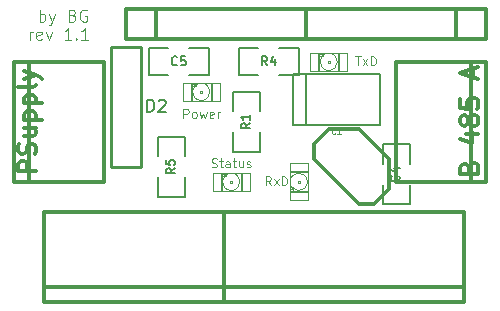
<source format=gto>
G04 (created by PCBNEW (2013-dec-23)-stable) date Вт 14 апр 2015 10:35:36*
%MOIN*%
G04 Gerber Fmt 3.4, Leading zero omitted, Abs format*
%FSLAX34Y34*%
G01*
G70*
G90*
G04 APERTURE LIST*
%ADD10C,0.00590551*%
%ADD11C,0.00472441*%
%ADD12C,0.005*%
%ADD13C,0.012*%
%ADD14C,0.01*%
%ADD15C,0.0026*%
%ADD16C,0.004*%
%ADD17C,0.008*%
%ADD18C,0.0035*%
%ADD19C,0.0047*%
G04 APERTURE END LIST*
G54D10*
G54D11*
X42121Y-27909D02*
X42121Y-27515D01*
X42121Y-27665D02*
X42159Y-27646D01*
X42234Y-27646D01*
X42271Y-27665D01*
X42290Y-27684D01*
X42309Y-27721D01*
X42309Y-27834D01*
X42290Y-27871D01*
X42271Y-27890D01*
X42234Y-27909D01*
X42159Y-27909D01*
X42121Y-27890D01*
X42440Y-27646D02*
X42534Y-27909D01*
X42628Y-27646D02*
X42534Y-27909D01*
X42496Y-28003D01*
X42478Y-28021D01*
X42440Y-28040D01*
X43209Y-27703D02*
X43265Y-27721D01*
X43284Y-27740D01*
X43303Y-27778D01*
X43303Y-27834D01*
X43284Y-27871D01*
X43265Y-27890D01*
X43228Y-27909D01*
X43078Y-27909D01*
X43078Y-27515D01*
X43209Y-27515D01*
X43246Y-27534D01*
X43265Y-27553D01*
X43284Y-27590D01*
X43284Y-27628D01*
X43265Y-27665D01*
X43246Y-27684D01*
X43209Y-27703D01*
X43078Y-27703D01*
X43678Y-27534D02*
X43640Y-27515D01*
X43584Y-27515D01*
X43528Y-27534D01*
X43490Y-27571D01*
X43471Y-27609D01*
X43453Y-27684D01*
X43453Y-27740D01*
X43471Y-27815D01*
X43490Y-27853D01*
X43528Y-27890D01*
X43584Y-27909D01*
X43621Y-27909D01*
X43678Y-27890D01*
X43696Y-27871D01*
X43696Y-27740D01*
X43621Y-27740D01*
X41784Y-28507D02*
X41784Y-28245D01*
X41784Y-28320D02*
X41803Y-28282D01*
X41821Y-28264D01*
X41859Y-28245D01*
X41896Y-28245D01*
X42178Y-28489D02*
X42140Y-28507D01*
X42065Y-28507D01*
X42028Y-28489D01*
X42009Y-28451D01*
X42009Y-28301D01*
X42028Y-28264D01*
X42065Y-28245D01*
X42140Y-28245D01*
X42178Y-28264D01*
X42196Y-28301D01*
X42196Y-28339D01*
X42009Y-28376D01*
X42328Y-28245D02*
X42421Y-28507D01*
X42515Y-28245D01*
X43171Y-28507D02*
X42946Y-28507D01*
X43059Y-28507D02*
X43059Y-28114D01*
X43021Y-28170D01*
X42984Y-28207D01*
X42946Y-28226D01*
X43340Y-28470D02*
X43359Y-28489D01*
X43340Y-28507D01*
X43321Y-28489D01*
X43340Y-28470D01*
X43340Y-28507D01*
X43734Y-28507D02*
X43509Y-28507D01*
X43621Y-28507D02*
X43621Y-28114D01*
X43584Y-28170D01*
X43546Y-28207D01*
X43509Y-28226D01*
G54D12*
X49450Y-30250D02*
X48550Y-30250D01*
X48550Y-30250D02*
X48550Y-30900D01*
X49450Y-31600D02*
X49450Y-32250D01*
X49450Y-32250D02*
X48550Y-32250D01*
X48550Y-32250D02*
X48550Y-31600D01*
X49450Y-30900D02*
X49450Y-30250D01*
X53550Y-34000D02*
X54450Y-34000D01*
X54450Y-34000D02*
X54450Y-33350D01*
X53550Y-32650D02*
X53550Y-32000D01*
X53550Y-32000D02*
X54450Y-32000D01*
X54450Y-32000D02*
X54450Y-32650D01*
X53550Y-33350D02*
X53550Y-34000D01*
X47750Y-29700D02*
X47750Y-28800D01*
X47750Y-28800D02*
X47100Y-28800D01*
X46400Y-29700D02*
X45750Y-29700D01*
X45750Y-29700D02*
X45750Y-28800D01*
X45750Y-28800D02*
X46400Y-28800D01*
X47100Y-29700D02*
X47750Y-29700D01*
G54D13*
X56500Y-29250D02*
X56500Y-33250D01*
X57000Y-29250D02*
X54000Y-29250D01*
X54000Y-29250D02*
X54000Y-33250D01*
X54000Y-33250D02*
X57000Y-33250D01*
X57000Y-33250D02*
X57000Y-29250D01*
X41750Y-33250D02*
X41750Y-29250D01*
X41250Y-33250D02*
X44250Y-33250D01*
X44250Y-33250D02*
X44250Y-29250D01*
X44250Y-29250D02*
X41250Y-29250D01*
X41250Y-29250D02*
X41250Y-33250D01*
X57000Y-27500D02*
X57000Y-28500D01*
X57000Y-28500D02*
X51000Y-28500D01*
X51000Y-28500D02*
X51000Y-27500D01*
X51000Y-27500D02*
X57000Y-27500D01*
X56000Y-27500D02*
X56000Y-28500D01*
G54D14*
X44500Y-32750D02*
X44500Y-28750D01*
X45500Y-32750D02*
X45500Y-28750D01*
X45500Y-28750D02*
X44500Y-28750D01*
X44500Y-32750D02*
X45500Y-32750D01*
G54D13*
X45000Y-28500D02*
X45000Y-27500D01*
X45000Y-27500D02*
X51000Y-27500D01*
X51000Y-27500D02*
X51000Y-28500D01*
X51000Y-28500D02*
X45000Y-28500D01*
X46000Y-28500D02*
X46000Y-27500D01*
X51250Y-32500D02*
X52750Y-34000D01*
X52750Y-34000D02*
X53250Y-34000D01*
X53250Y-34000D02*
X53750Y-33500D01*
X53750Y-33500D02*
X53750Y-32500D01*
X53750Y-32500D02*
X52750Y-31500D01*
X52750Y-31500D02*
X51750Y-31500D01*
X51750Y-31500D02*
X51250Y-32000D01*
X51250Y-32000D02*
X51250Y-32500D01*
G54D15*
X47539Y-30211D02*
X47461Y-30211D01*
X47461Y-30211D02*
X47461Y-30289D01*
X47539Y-30289D02*
X47461Y-30289D01*
X47539Y-30211D02*
X47539Y-30289D01*
X47323Y-29975D02*
X47186Y-29975D01*
X47186Y-29975D02*
X47186Y-30073D01*
X47323Y-30073D02*
X47186Y-30073D01*
X47323Y-29975D02*
X47323Y-30073D01*
X47186Y-29975D02*
X47146Y-29975D01*
X47146Y-29975D02*
X47146Y-30446D01*
X47186Y-30446D02*
X47146Y-30446D01*
X47186Y-29975D02*
X47186Y-30446D01*
X47186Y-30466D02*
X47146Y-30466D01*
X47146Y-30466D02*
X47146Y-30525D01*
X47186Y-30525D02*
X47146Y-30525D01*
X47186Y-30466D02*
X47186Y-30525D01*
X47854Y-29975D02*
X47814Y-29975D01*
X47814Y-29975D02*
X47814Y-30446D01*
X47854Y-30446D02*
X47814Y-30446D01*
X47854Y-29975D02*
X47854Y-30446D01*
X47854Y-30466D02*
X47814Y-30466D01*
X47814Y-30466D02*
X47814Y-30525D01*
X47854Y-30525D02*
X47814Y-30525D01*
X47854Y-30466D02*
X47854Y-30525D01*
X47323Y-29975D02*
X47264Y-29975D01*
X47264Y-29975D02*
X47264Y-30073D01*
X47323Y-30073D02*
X47264Y-30073D01*
X47323Y-29975D02*
X47323Y-30073D01*
G54D16*
X46890Y-29955D02*
X48110Y-29955D01*
X48110Y-29955D02*
X48110Y-30545D01*
X48110Y-30545D02*
X46890Y-30545D01*
X46890Y-30545D02*
X46890Y-29955D01*
X47715Y-30053D02*
G75*
G03X47283Y-30054I-215J-196D01*
G74*
G01*
X47715Y-30446D02*
G75*
G03X47716Y-30054I-215J196D01*
G74*
G01*
X47284Y-30446D02*
G75*
G03X47716Y-30445I215J196D01*
G74*
G01*
X47284Y-30053D02*
G75*
G03X47283Y-30445I215J-196D01*
G74*
G01*
G54D12*
X51000Y-31350D02*
X51000Y-29650D01*
X53450Y-31350D02*
X53450Y-29650D01*
X53450Y-29650D02*
X50550Y-29650D01*
X50550Y-29650D02*
X50550Y-31350D01*
X50550Y-31350D02*
X53450Y-31350D01*
G54D15*
X50711Y-33211D02*
X50711Y-33289D01*
X50711Y-33289D02*
X50789Y-33289D01*
X50789Y-33211D02*
X50789Y-33289D01*
X50711Y-33211D02*
X50789Y-33211D01*
X50475Y-33427D02*
X50475Y-33564D01*
X50475Y-33564D02*
X50573Y-33564D01*
X50573Y-33427D02*
X50573Y-33564D01*
X50475Y-33427D02*
X50573Y-33427D01*
X50475Y-33564D02*
X50475Y-33604D01*
X50475Y-33604D02*
X50946Y-33604D01*
X50946Y-33564D02*
X50946Y-33604D01*
X50475Y-33564D02*
X50946Y-33564D01*
X50966Y-33564D02*
X50966Y-33604D01*
X50966Y-33604D02*
X51025Y-33604D01*
X51025Y-33564D02*
X51025Y-33604D01*
X50966Y-33564D02*
X51025Y-33564D01*
X50475Y-32896D02*
X50475Y-32936D01*
X50475Y-32936D02*
X50946Y-32936D01*
X50946Y-32896D02*
X50946Y-32936D01*
X50475Y-32896D02*
X50946Y-32896D01*
X50966Y-32896D02*
X50966Y-32936D01*
X50966Y-32936D02*
X51025Y-32936D01*
X51025Y-32896D02*
X51025Y-32936D01*
X50966Y-32896D02*
X51025Y-32896D01*
X50475Y-33427D02*
X50475Y-33486D01*
X50475Y-33486D02*
X50573Y-33486D01*
X50573Y-33427D02*
X50573Y-33486D01*
X50475Y-33427D02*
X50573Y-33427D01*
G54D16*
X50455Y-33860D02*
X50455Y-32640D01*
X50455Y-32640D02*
X51045Y-32640D01*
X51045Y-32640D02*
X51045Y-33860D01*
X51045Y-33860D02*
X50455Y-33860D01*
X50553Y-33034D02*
G75*
G03X50554Y-33466I196J-215D01*
G74*
G01*
X50946Y-33034D02*
G75*
G03X50554Y-33033I-196J-215D01*
G74*
G01*
X50946Y-33465D02*
G75*
G03X50945Y-33033I-196J215D01*
G74*
G01*
X50553Y-33465D02*
G75*
G03X50945Y-33466I196J215D01*
G74*
G01*
G54D13*
X48250Y-34250D02*
X48250Y-37250D01*
X56250Y-37250D02*
X56250Y-34250D01*
X56250Y-36750D02*
X48250Y-36750D01*
X48250Y-34250D02*
X56250Y-34250D01*
X48250Y-37250D02*
X56250Y-37250D01*
X42250Y-37250D02*
X42250Y-34250D01*
X48250Y-37250D02*
X48250Y-34250D01*
X42250Y-36750D02*
X48250Y-36750D01*
X42250Y-34250D02*
X48250Y-34250D01*
X42250Y-37250D02*
X48250Y-37250D01*
G54D12*
X50750Y-29700D02*
X50750Y-28800D01*
X50750Y-28800D02*
X50100Y-28800D01*
X49400Y-29700D02*
X48750Y-29700D01*
X48750Y-29700D02*
X48750Y-28800D01*
X48750Y-28800D02*
X49400Y-28800D01*
X50100Y-29700D02*
X50750Y-29700D01*
G54D15*
X51789Y-29211D02*
X51711Y-29211D01*
X51711Y-29211D02*
X51711Y-29289D01*
X51789Y-29289D02*
X51711Y-29289D01*
X51789Y-29211D02*
X51789Y-29289D01*
X51573Y-28975D02*
X51436Y-28975D01*
X51436Y-28975D02*
X51436Y-29073D01*
X51573Y-29073D02*
X51436Y-29073D01*
X51573Y-28975D02*
X51573Y-29073D01*
X51436Y-28975D02*
X51396Y-28975D01*
X51396Y-28975D02*
X51396Y-29446D01*
X51436Y-29446D02*
X51396Y-29446D01*
X51436Y-28975D02*
X51436Y-29446D01*
X51436Y-29466D02*
X51396Y-29466D01*
X51396Y-29466D02*
X51396Y-29525D01*
X51436Y-29525D02*
X51396Y-29525D01*
X51436Y-29466D02*
X51436Y-29525D01*
X52104Y-28975D02*
X52064Y-28975D01*
X52064Y-28975D02*
X52064Y-29446D01*
X52104Y-29446D02*
X52064Y-29446D01*
X52104Y-28975D02*
X52104Y-29446D01*
X52104Y-29466D02*
X52064Y-29466D01*
X52064Y-29466D02*
X52064Y-29525D01*
X52104Y-29525D02*
X52064Y-29525D01*
X52104Y-29466D02*
X52104Y-29525D01*
X51573Y-28975D02*
X51514Y-28975D01*
X51514Y-28975D02*
X51514Y-29073D01*
X51573Y-29073D02*
X51514Y-29073D01*
X51573Y-28975D02*
X51573Y-29073D01*
G54D16*
X51140Y-28955D02*
X52360Y-28955D01*
X52360Y-28955D02*
X52360Y-29545D01*
X52360Y-29545D02*
X51140Y-29545D01*
X51140Y-29545D02*
X51140Y-28955D01*
X51965Y-29053D02*
G75*
G03X51533Y-29054I-215J-196D01*
G74*
G01*
X51965Y-29446D02*
G75*
G03X51966Y-29054I-215J196D01*
G74*
G01*
X51534Y-29446D02*
G75*
G03X51966Y-29445I215J196D01*
G74*
G01*
X51534Y-29053D02*
G75*
G03X51533Y-29445I215J-196D01*
G74*
G01*
G54D15*
X48539Y-33211D02*
X48461Y-33211D01*
X48461Y-33211D02*
X48461Y-33289D01*
X48539Y-33289D02*
X48461Y-33289D01*
X48539Y-33211D02*
X48539Y-33289D01*
X48323Y-32975D02*
X48186Y-32975D01*
X48186Y-32975D02*
X48186Y-33073D01*
X48323Y-33073D02*
X48186Y-33073D01*
X48323Y-32975D02*
X48323Y-33073D01*
X48186Y-32975D02*
X48146Y-32975D01*
X48146Y-32975D02*
X48146Y-33446D01*
X48186Y-33446D02*
X48146Y-33446D01*
X48186Y-32975D02*
X48186Y-33446D01*
X48186Y-33466D02*
X48146Y-33466D01*
X48146Y-33466D02*
X48146Y-33525D01*
X48186Y-33525D02*
X48146Y-33525D01*
X48186Y-33466D02*
X48186Y-33525D01*
X48854Y-32975D02*
X48814Y-32975D01*
X48814Y-32975D02*
X48814Y-33446D01*
X48854Y-33446D02*
X48814Y-33446D01*
X48854Y-32975D02*
X48854Y-33446D01*
X48854Y-33466D02*
X48814Y-33466D01*
X48814Y-33466D02*
X48814Y-33525D01*
X48854Y-33525D02*
X48814Y-33525D01*
X48854Y-33466D02*
X48854Y-33525D01*
X48323Y-32975D02*
X48264Y-32975D01*
X48264Y-32975D02*
X48264Y-33073D01*
X48323Y-33073D02*
X48264Y-33073D01*
X48323Y-32975D02*
X48323Y-33073D01*
G54D16*
X47890Y-32955D02*
X49110Y-32955D01*
X49110Y-32955D02*
X49110Y-33545D01*
X49110Y-33545D02*
X47890Y-33545D01*
X47890Y-33545D02*
X47890Y-32955D01*
X48715Y-33053D02*
G75*
G03X48283Y-33054I-215J-196D01*
G74*
G01*
X48715Y-33446D02*
G75*
G03X48716Y-33054I-215J196D01*
G74*
G01*
X48284Y-33446D02*
G75*
G03X48716Y-33445I215J196D01*
G74*
G01*
X48284Y-33053D02*
G75*
G03X48283Y-33445I215J-196D01*
G74*
G01*
G54D12*
X46050Y-33750D02*
X46950Y-33750D01*
X46950Y-33750D02*
X46950Y-33100D01*
X46050Y-32400D02*
X46050Y-31750D01*
X46050Y-31750D02*
X46950Y-31750D01*
X46950Y-31750D02*
X46950Y-32400D01*
X46050Y-33100D02*
X46050Y-33750D01*
X49121Y-31300D02*
X48978Y-31400D01*
X49121Y-31471D02*
X48821Y-31471D01*
X48821Y-31357D01*
X48835Y-31328D01*
X48850Y-31314D01*
X48878Y-31300D01*
X48921Y-31300D01*
X48950Y-31314D01*
X48964Y-31328D01*
X48978Y-31357D01*
X48978Y-31471D01*
X49121Y-31014D02*
X49121Y-31185D01*
X49121Y-31100D02*
X48821Y-31100D01*
X48864Y-31128D01*
X48892Y-31157D01*
X48907Y-31185D01*
X54092Y-33050D02*
X54107Y-33064D01*
X54121Y-33107D01*
X54121Y-33135D01*
X54107Y-33178D01*
X54078Y-33207D01*
X54050Y-33221D01*
X53992Y-33235D01*
X53950Y-33235D01*
X53892Y-33221D01*
X53864Y-33207D01*
X53835Y-33178D01*
X53821Y-33135D01*
X53821Y-33107D01*
X53835Y-33064D01*
X53850Y-33050D01*
X53921Y-32792D02*
X54121Y-32792D01*
X53807Y-32864D02*
X54021Y-32935D01*
X54021Y-32750D01*
X46700Y-29342D02*
X46685Y-29357D01*
X46642Y-29371D01*
X46614Y-29371D01*
X46571Y-29357D01*
X46542Y-29328D01*
X46528Y-29300D01*
X46514Y-29242D01*
X46514Y-29200D01*
X46528Y-29142D01*
X46542Y-29114D01*
X46571Y-29085D01*
X46614Y-29071D01*
X46642Y-29071D01*
X46685Y-29085D01*
X46700Y-29100D01*
X46971Y-29071D02*
X46828Y-29071D01*
X46814Y-29214D01*
X46828Y-29200D01*
X46857Y-29185D01*
X46928Y-29185D01*
X46957Y-29200D01*
X46971Y-29214D01*
X46985Y-29242D01*
X46985Y-29314D01*
X46971Y-29342D01*
X46957Y-29357D01*
X46928Y-29371D01*
X46857Y-29371D01*
X46828Y-29357D01*
X46814Y-29342D01*
G54D13*
X56428Y-32778D02*
X56457Y-32692D01*
X56485Y-32664D01*
X56542Y-32635D01*
X56628Y-32635D01*
X56685Y-32664D01*
X56714Y-32692D01*
X56742Y-32750D01*
X56742Y-32978D01*
X56142Y-32978D01*
X56142Y-32778D01*
X56171Y-32721D01*
X56200Y-32692D01*
X56257Y-32664D01*
X56314Y-32664D01*
X56371Y-32692D01*
X56400Y-32721D01*
X56428Y-32778D01*
X56428Y-32978D01*
X56342Y-31664D02*
X56742Y-31664D01*
X56114Y-31807D02*
X56542Y-31950D01*
X56542Y-31578D01*
X56400Y-31264D02*
X56371Y-31321D01*
X56342Y-31350D01*
X56285Y-31378D01*
X56257Y-31378D01*
X56200Y-31350D01*
X56171Y-31321D01*
X56142Y-31264D01*
X56142Y-31150D01*
X56171Y-31092D01*
X56200Y-31064D01*
X56257Y-31035D01*
X56285Y-31035D01*
X56342Y-31064D01*
X56371Y-31092D01*
X56400Y-31150D01*
X56400Y-31264D01*
X56428Y-31321D01*
X56457Y-31350D01*
X56514Y-31378D01*
X56628Y-31378D01*
X56685Y-31350D01*
X56714Y-31321D01*
X56742Y-31264D01*
X56742Y-31150D01*
X56714Y-31092D01*
X56685Y-31064D01*
X56628Y-31035D01*
X56514Y-31035D01*
X56457Y-31064D01*
X56428Y-31092D01*
X56400Y-31150D01*
X56142Y-30492D02*
X56142Y-30778D01*
X56428Y-30807D01*
X56400Y-30778D01*
X56371Y-30721D01*
X56371Y-30578D01*
X56400Y-30521D01*
X56428Y-30492D01*
X56485Y-30464D01*
X56628Y-30464D01*
X56685Y-30492D01*
X56714Y-30521D01*
X56742Y-30578D01*
X56742Y-30721D01*
X56714Y-30778D01*
X56685Y-30807D01*
X56571Y-29778D02*
X56571Y-29492D01*
X56742Y-29835D02*
X56142Y-29635D01*
X56742Y-29435D01*
X41992Y-32892D02*
X41392Y-32892D01*
X41392Y-32664D01*
X41421Y-32607D01*
X41450Y-32578D01*
X41507Y-32550D01*
X41592Y-32550D01*
X41650Y-32578D01*
X41678Y-32607D01*
X41707Y-32664D01*
X41707Y-32892D01*
X41964Y-32321D02*
X41992Y-32235D01*
X41992Y-32092D01*
X41964Y-32035D01*
X41935Y-32007D01*
X41878Y-31978D01*
X41821Y-31978D01*
X41764Y-32007D01*
X41735Y-32035D01*
X41707Y-32092D01*
X41678Y-32207D01*
X41650Y-32264D01*
X41621Y-32292D01*
X41564Y-32321D01*
X41507Y-32321D01*
X41450Y-32292D01*
X41421Y-32264D01*
X41392Y-32207D01*
X41392Y-32064D01*
X41421Y-31978D01*
X41592Y-31464D02*
X41992Y-31464D01*
X41592Y-31721D02*
X41907Y-31721D01*
X41964Y-31692D01*
X41992Y-31635D01*
X41992Y-31549D01*
X41964Y-31492D01*
X41935Y-31464D01*
X41592Y-31178D02*
X42192Y-31178D01*
X41621Y-31178D02*
X41592Y-31121D01*
X41592Y-31007D01*
X41621Y-30949D01*
X41650Y-30921D01*
X41707Y-30892D01*
X41878Y-30892D01*
X41935Y-30921D01*
X41964Y-30949D01*
X41992Y-31007D01*
X41992Y-31121D01*
X41964Y-31178D01*
X41592Y-30635D02*
X42192Y-30635D01*
X41621Y-30635D02*
X41592Y-30578D01*
X41592Y-30464D01*
X41621Y-30407D01*
X41650Y-30378D01*
X41707Y-30350D01*
X41878Y-30350D01*
X41935Y-30378D01*
X41964Y-30407D01*
X41992Y-30464D01*
X41992Y-30578D01*
X41964Y-30635D01*
X41992Y-30007D02*
X41964Y-30064D01*
X41907Y-30092D01*
X41392Y-30092D01*
X41592Y-29835D02*
X41992Y-29692D01*
X41592Y-29549D02*
X41992Y-29692D01*
X42135Y-29749D01*
X42164Y-29778D01*
X42192Y-29835D01*
G54D17*
X45704Y-30911D02*
X45704Y-30511D01*
X45800Y-30511D01*
X45857Y-30530D01*
X45895Y-30569D01*
X45914Y-30607D01*
X45933Y-30683D01*
X45933Y-30740D01*
X45914Y-30816D01*
X45895Y-30854D01*
X45857Y-30892D01*
X45800Y-30911D01*
X45704Y-30911D01*
X46085Y-30550D02*
X46104Y-30530D01*
X46142Y-30511D01*
X46238Y-30511D01*
X46276Y-30530D01*
X46295Y-30550D01*
X46314Y-30588D01*
X46314Y-30626D01*
X46295Y-30683D01*
X46066Y-30911D01*
X46314Y-30911D01*
G54D18*
X46907Y-31121D02*
X46907Y-30821D01*
X47021Y-30821D01*
X47050Y-30835D01*
X47064Y-30850D01*
X47078Y-30878D01*
X47078Y-30921D01*
X47064Y-30950D01*
X47050Y-30964D01*
X47021Y-30978D01*
X46907Y-30978D01*
X47250Y-31121D02*
X47221Y-31107D01*
X47207Y-31092D01*
X47192Y-31064D01*
X47192Y-30978D01*
X47207Y-30950D01*
X47221Y-30935D01*
X47250Y-30921D01*
X47292Y-30921D01*
X47321Y-30935D01*
X47335Y-30950D01*
X47350Y-30978D01*
X47350Y-31064D01*
X47335Y-31092D01*
X47321Y-31107D01*
X47292Y-31121D01*
X47250Y-31121D01*
X47450Y-30921D02*
X47507Y-31121D01*
X47564Y-30978D01*
X47621Y-31121D01*
X47678Y-30921D01*
X47907Y-31107D02*
X47878Y-31121D01*
X47821Y-31121D01*
X47792Y-31107D01*
X47778Y-31078D01*
X47778Y-30964D01*
X47792Y-30935D01*
X47821Y-30921D01*
X47878Y-30921D01*
X47907Y-30935D01*
X47921Y-30964D01*
X47921Y-30992D01*
X47778Y-31021D01*
X48050Y-31121D02*
X48050Y-30921D01*
X48050Y-30978D02*
X48064Y-30950D01*
X48078Y-30935D01*
X48107Y-30921D01*
X48135Y-30921D01*
G54D19*
X51967Y-31635D02*
X51957Y-31645D01*
X51929Y-31654D01*
X51910Y-31654D01*
X51882Y-31645D01*
X51863Y-31626D01*
X51854Y-31607D01*
X51845Y-31570D01*
X51845Y-31542D01*
X51854Y-31504D01*
X51863Y-31485D01*
X51882Y-31467D01*
X51910Y-31457D01*
X51929Y-31457D01*
X51957Y-31467D01*
X51967Y-31476D01*
X52154Y-31654D02*
X52042Y-31654D01*
X52098Y-31654D02*
X52098Y-31457D01*
X52079Y-31485D01*
X52060Y-31504D01*
X52042Y-31514D01*
G54D18*
X49821Y-33371D02*
X49721Y-33228D01*
X49650Y-33371D02*
X49650Y-33071D01*
X49764Y-33071D01*
X49792Y-33085D01*
X49807Y-33100D01*
X49821Y-33128D01*
X49821Y-33171D01*
X49807Y-33200D01*
X49792Y-33214D01*
X49764Y-33228D01*
X49650Y-33228D01*
X49921Y-33371D02*
X50078Y-33171D01*
X49921Y-33171D02*
X50078Y-33371D01*
X50192Y-33371D02*
X50192Y-33071D01*
X50264Y-33071D01*
X50307Y-33085D01*
X50335Y-33114D01*
X50350Y-33142D01*
X50364Y-33200D01*
X50364Y-33242D01*
X50350Y-33300D01*
X50335Y-33328D01*
X50307Y-33357D01*
X50264Y-33371D01*
X50192Y-33371D01*
G54D13*
G54D12*
X49700Y-29371D02*
X49600Y-29228D01*
X49528Y-29371D02*
X49528Y-29071D01*
X49642Y-29071D01*
X49671Y-29085D01*
X49685Y-29100D01*
X49700Y-29128D01*
X49700Y-29171D01*
X49685Y-29200D01*
X49671Y-29214D01*
X49642Y-29228D01*
X49528Y-29228D01*
X49957Y-29171D02*
X49957Y-29371D01*
X49885Y-29057D02*
X49814Y-29271D01*
X50000Y-29271D01*
G54D18*
X52642Y-29071D02*
X52814Y-29071D01*
X52728Y-29371D02*
X52728Y-29071D01*
X52885Y-29371D02*
X53042Y-29171D01*
X52885Y-29171D02*
X53042Y-29371D01*
X53157Y-29371D02*
X53157Y-29071D01*
X53228Y-29071D01*
X53271Y-29085D01*
X53300Y-29114D01*
X53314Y-29142D01*
X53328Y-29200D01*
X53328Y-29242D01*
X53314Y-29300D01*
X53300Y-29328D01*
X53271Y-29357D01*
X53228Y-29371D01*
X53157Y-29371D01*
X47850Y-32757D02*
X47892Y-32771D01*
X47964Y-32771D01*
X47992Y-32757D01*
X48007Y-32742D01*
X48021Y-32714D01*
X48021Y-32685D01*
X48007Y-32657D01*
X47992Y-32642D01*
X47964Y-32628D01*
X47907Y-32614D01*
X47878Y-32600D01*
X47864Y-32585D01*
X47850Y-32557D01*
X47850Y-32528D01*
X47864Y-32500D01*
X47878Y-32485D01*
X47907Y-32471D01*
X47978Y-32471D01*
X48021Y-32485D01*
X48107Y-32571D02*
X48221Y-32571D01*
X48150Y-32471D02*
X48150Y-32728D01*
X48164Y-32757D01*
X48192Y-32771D01*
X48221Y-32771D01*
X48450Y-32771D02*
X48450Y-32614D01*
X48435Y-32585D01*
X48407Y-32571D01*
X48350Y-32571D01*
X48321Y-32585D01*
X48450Y-32757D02*
X48421Y-32771D01*
X48350Y-32771D01*
X48321Y-32757D01*
X48307Y-32728D01*
X48307Y-32700D01*
X48321Y-32671D01*
X48350Y-32657D01*
X48421Y-32657D01*
X48450Y-32642D01*
X48550Y-32571D02*
X48664Y-32571D01*
X48592Y-32471D02*
X48592Y-32728D01*
X48607Y-32757D01*
X48635Y-32771D01*
X48664Y-32771D01*
X48892Y-32571D02*
X48892Y-32771D01*
X48764Y-32571D02*
X48764Y-32728D01*
X48778Y-32757D01*
X48807Y-32771D01*
X48850Y-32771D01*
X48878Y-32757D01*
X48892Y-32742D01*
X49021Y-32757D02*
X49050Y-32771D01*
X49107Y-32771D01*
X49135Y-32757D01*
X49150Y-32728D01*
X49150Y-32714D01*
X49135Y-32685D01*
X49107Y-32671D01*
X49064Y-32671D01*
X49035Y-32657D01*
X49021Y-32628D01*
X49021Y-32614D01*
X49035Y-32585D01*
X49064Y-32571D01*
X49107Y-32571D01*
X49135Y-32585D01*
G54D12*
X46621Y-32800D02*
X46478Y-32900D01*
X46621Y-32971D02*
X46321Y-32971D01*
X46321Y-32857D01*
X46335Y-32828D01*
X46350Y-32814D01*
X46378Y-32800D01*
X46421Y-32800D01*
X46450Y-32814D01*
X46464Y-32828D01*
X46478Y-32857D01*
X46478Y-32971D01*
X46321Y-32528D02*
X46321Y-32671D01*
X46464Y-32685D01*
X46450Y-32671D01*
X46435Y-32642D01*
X46435Y-32571D01*
X46450Y-32542D01*
X46464Y-32528D01*
X46492Y-32514D01*
X46564Y-32514D01*
X46592Y-32528D01*
X46607Y-32542D01*
X46621Y-32571D01*
X46621Y-32642D01*
X46607Y-32671D01*
X46592Y-32685D01*
M02*

</source>
